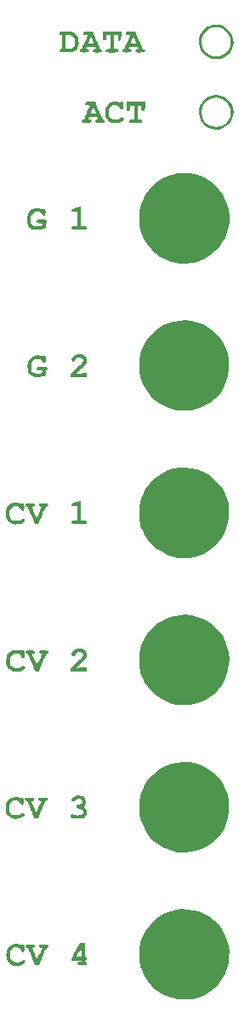
<source format=gbr>
%TF.GenerationSoftware,KiCad,Pcbnew,(6.0.10-0)*%
%TF.CreationDate,2023-01-16T20:28:06+10:30*%
%TF.ProjectId,BLE_Module_Faceplate,424c455f-4d6f-4647-956c-655f46616365,rev?*%
%TF.SameCoordinates,Original*%
%TF.FileFunction,Legend,Top*%
%TF.FilePolarity,Positive*%
%FSLAX46Y46*%
G04 Gerber Fmt 4.6, Leading zero omitted, Abs format (unit mm)*
G04 Created by KiCad (PCBNEW (6.0.10-0)) date 2023-01-16 20:28:06*
%MOMM*%
%LPD*%
G01*
G04 APERTURE LIST*
G04 APERTURE END LIST*
%TO.C,G\u002A\u002A\u002A*%
G36*
X29934366Y-27990480D02*
G01*
X30505587Y-28096076D01*
X31056621Y-28273387D01*
X31580431Y-28519266D01*
X32069979Y-28830570D01*
X32518229Y-29204155D01*
X32918142Y-29636875D01*
X33262681Y-30125586D01*
X33468950Y-30503028D01*
X33683835Y-31037295D01*
X33827928Y-31602975D01*
X33900255Y-32185830D01*
X33899842Y-32771621D01*
X33825714Y-33346110D01*
X33697003Y-33836217D01*
X33482973Y-34377219D01*
X33215710Y-34862947D01*
X32884730Y-35309804D01*
X32490685Y-35723709D01*
X32011713Y-36119340D01*
X31492073Y-36441298D01*
X30935002Y-36687870D01*
X30345411Y-36856987D01*
X30045426Y-36904582D01*
X29696867Y-36932983D01*
X29332727Y-36941379D01*
X28985996Y-36928962D01*
X28703489Y-36897268D01*
X28112243Y-36757633D01*
X27551521Y-36543184D01*
X27027773Y-36259387D01*
X26547451Y-35911708D01*
X26117005Y-35505611D01*
X25742887Y-35046563D01*
X25431549Y-34540029D01*
X25189441Y-33991474D01*
X25154247Y-33890298D01*
X25054649Y-33556106D01*
X24988359Y-33238271D01*
X24951866Y-32909591D01*
X24941660Y-32542862D01*
X24946997Y-32284349D01*
X24959454Y-32001488D01*
X24976721Y-31779398D01*
X25001936Y-31594198D01*
X25038239Y-31422010D01*
X25080864Y-31265631D01*
X25294896Y-30678714D01*
X25577362Y-30135054D01*
X25923186Y-29639796D01*
X26327294Y-29198081D01*
X26784610Y-28815052D01*
X27290059Y-28495853D01*
X27838565Y-28245626D01*
X28169964Y-28135414D01*
X28759517Y-28007004D01*
X29349997Y-27959741D01*
X29934366Y-27990480D01*
G37*
G36*
X19196752Y-75134838D02*
G01*
X19387273Y-75221478D01*
X19552667Y-75342998D01*
X19633230Y-75436142D01*
X19707582Y-75613878D01*
X19728134Y-75819132D01*
X19692695Y-76013758D01*
X19669473Y-76066983D01*
X19607987Y-76152229D01*
X19494429Y-76279264D01*
X19341523Y-76435377D01*
X19161992Y-76607859D01*
X18968559Y-76784001D01*
X18839822Y-76895775D01*
X18649322Y-77057687D01*
X19178489Y-77042826D01*
X19707655Y-77027965D01*
X19720673Y-77207881D01*
X19733690Y-77387798D01*
X18120155Y-77387798D01*
X18120155Y-77206993D01*
X18122608Y-77130844D01*
X18136974Y-77068372D01*
X18173761Y-77006257D01*
X18243479Y-76931177D01*
X18356637Y-76829811D01*
X18523744Y-76688839D01*
X18538979Y-76676101D01*
X18801108Y-76450245D01*
X19022773Y-76245563D01*
X19197753Y-76068523D01*
X19319825Y-75925594D01*
X19382768Y-75823247D01*
X19390155Y-75791085D01*
X19351235Y-75662256D01*
X19247747Y-75550449D01*
X19121511Y-75484950D01*
X18933200Y-75461574D01*
X18760665Y-75511059D01*
X18624139Y-75625253D01*
X18575196Y-75705137D01*
X18506712Y-75816727D01*
X18430975Y-75861073D01*
X18400172Y-75863798D01*
X18286660Y-75833580D01*
X18227111Y-75752936D01*
X18221769Y-75636883D01*
X18270879Y-75500437D01*
X18374684Y-75358615D01*
X18391682Y-75341093D01*
X18580990Y-75206346D01*
X18815815Y-75123431D01*
X19015680Y-75101798D01*
X19196752Y-75134838D01*
G37*
G36*
X30129442Y-71831890D02*
G01*
X30693881Y-71964593D01*
X31241664Y-72168627D01*
X31761516Y-72440132D01*
X32242161Y-72775250D01*
X32494521Y-72993491D01*
X32900294Y-73428865D01*
X33240058Y-73909412D01*
X33512274Y-74426692D01*
X33715399Y-74972269D01*
X33847895Y-75537701D01*
X33908219Y-76114550D01*
X33894831Y-76694377D01*
X33806190Y-77268743D01*
X33640756Y-77829208D01*
X33455239Y-78255631D01*
X33148002Y-78774970D01*
X32771683Y-79254293D01*
X32336358Y-79683539D01*
X31852101Y-80052648D01*
X31382659Y-80325165D01*
X30930231Y-80512428D01*
X30428973Y-80651001D01*
X29901660Y-80737376D01*
X29371067Y-80768043D01*
X28859969Y-80739494D01*
X28770576Y-80727618D01*
X28198954Y-80603012D01*
X27648122Y-80402467D01*
X27126538Y-80132464D01*
X26642661Y-79799486D01*
X26204950Y-79410012D01*
X25821862Y-78970526D01*
X25501857Y-78487508D01*
X25291818Y-78061979D01*
X25176925Y-77777128D01*
X25091158Y-77528315D01*
X25030577Y-77293960D01*
X24991243Y-77052480D01*
X24969215Y-76782294D01*
X24960554Y-76461820D01*
X24960102Y-76244798D01*
X24962025Y-75960851D01*
X24966544Y-75743737D01*
X24975466Y-75575622D01*
X24990593Y-75438675D01*
X25013729Y-75315065D01*
X25046679Y-75186961D01*
X25077884Y-75080631D01*
X25300344Y-74480263D01*
X25588617Y-73930186D01*
X25938470Y-73433949D01*
X26345672Y-72995100D01*
X26805989Y-72617189D01*
X27315188Y-72303763D01*
X27869039Y-72058372D01*
X28463306Y-71884563D01*
X28995691Y-71795910D01*
X29559620Y-71774376D01*
X30129442Y-71831890D01*
G37*
G36*
X19128584Y-31328381D02*
G01*
X19131263Y-31441100D01*
X19133480Y-31614882D01*
X19135105Y-31837926D01*
X19136010Y-32098431D01*
X19136155Y-32258530D01*
X19136155Y-33230263D01*
X19421905Y-33242780D01*
X19574607Y-33251982D01*
X19662230Y-33267584D01*
X19704360Y-33296783D01*
X19720582Y-33346778D01*
X19721488Y-33352878D01*
X19726155Y-33430354D01*
X19707867Y-33487270D01*
X19655953Y-33526748D01*
X19559746Y-33551912D01*
X19408574Y-33565884D01*
X19191770Y-33571786D01*
X18970105Y-33572798D01*
X18677615Y-33569996D01*
X18464857Y-33561367D01*
X18327072Y-33546570D01*
X18259503Y-33525269D01*
X18255622Y-33521998D01*
X18210138Y-33438856D01*
X18204822Y-33403465D01*
X18232164Y-33313773D01*
X18319944Y-33259290D01*
X18476790Y-33235807D01*
X18551955Y-33234131D01*
X18797489Y-33234131D01*
X18797489Y-31750851D01*
X18681072Y-31782349D01*
X18500837Y-31813070D01*
X18352986Y-31804681D01*
X18250001Y-31762411D01*
X18204365Y-31691488D01*
X18228563Y-31597140D01*
X18230680Y-31593715D01*
X18284254Y-31558437D01*
X18399113Y-31508425D01*
X18554717Y-31450682D01*
X18730523Y-31392215D01*
X18905989Y-31340028D01*
X19060573Y-31301128D01*
X19125572Y-31288528D01*
X19128584Y-31328381D01*
G37*
G36*
X19516329Y-14968963D02*
G01*
X19602336Y-14752424D01*
X19675950Y-14563481D01*
X19731862Y-14416055D01*
X19764762Y-14324068D01*
X19771291Y-14300548D01*
X19734301Y-14278429D01*
X19645111Y-14268811D01*
X19641372Y-14268798D01*
X19479002Y-14244653D01*
X19378633Y-14175627D01*
X19347822Y-14078298D01*
X19365219Y-13996467D01*
X19424580Y-13940893D01*
X19536656Y-13908202D01*
X19712200Y-13895022D01*
X19926441Y-13896849D01*
X20335567Y-13908965D01*
X20677778Y-14745841D01*
X20794429Y-15028646D01*
X20886024Y-15243277D01*
X20958168Y-15400481D01*
X21016464Y-15511006D01*
X21066516Y-15585597D01*
X21113927Y-15635001D01*
X21157572Y-15665969D01*
X21265319Y-15754946D01*
X21293927Y-15837845D01*
X21248920Y-15909384D01*
X21135819Y-15964282D01*
X20960150Y-15997256D01*
X20803592Y-16004465D01*
X20623779Y-15998654D01*
X20503941Y-15977955D01*
X20419976Y-15937466D01*
X20400262Y-15922450D01*
X20333911Y-15852800D01*
X20332477Y-15791226D01*
X20346715Y-15763700D01*
X20419125Y-15695486D01*
X20520290Y-15644541D01*
X20605313Y-15607440D01*
X20623765Y-15561016D01*
X20605012Y-15506957D01*
X20579890Y-15463209D01*
X20540244Y-15435406D01*
X20468812Y-15419962D01*
X20348333Y-15413290D01*
X20161546Y-15411801D01*
X20147175Y-15411798D01*
X19954334Y-15413360D01*
X19828733Y-15420260D01*
X19752969Y-15435819D01*
X19709640Y-15463358D01*
X19684548Y-15500090D01*
X19653307Y-15571075D01*
X19651309Y-15597039D01*
X19697146Y-15614853D01*
X19788574Y-15645956D01*
X19792322Y-15647182D01*
X19894036Y-15712114D01*
X19937935Y-15805798D01*
X19917100Y-15902318D01*
X19872918Y-15949176D01*
X19789467Y-15977577D01*
X19649686Y-15995148D01*
X19481269Y-16001470D01*
X19311909Y-15996123D01*
X19169301Y-15978690D01*
X19104405Y-15960812D01*
X19022410Y-15893205D01*
X19004954Y-15800676D01*
X19049374Y-15709809D01*
X19135193Y-15653203D01*
X19185749Y-15627838D01*
X19231637Y-15585285D01*
X19279612Y-15513421D01*
X19336428Y-15400120D01*
X19408839Y-15233256D01*
X19474086Y-15073131D01*
X19857057Y-15073131D01*
X20131606Y-15073131D01*
X20271570Y-15069011D01*
X20370478Y-15058233D01*
X20406155Y-15043836D01*
X20390489Y-14981232D01*
X20350286Y-14872731D01*
X20295740Y-14741556D01*
X20237045Y-14610933D01*
X20184396Y-14504086D01*
X20147985Y-14444240D01*
X20140524Y-14438653D01*
X20101917Y-14472759D01*
X20070757Y-14533381D01*
X20034284Y-14626396D01*
X19980975Y-14761299D01*
X19945422Y-14850881D01*
X19857057Y-15073131D01*
X19474086Y-15073131D01*
X19503598Y-15000705D01*
X19516329Y-14968963D01*
G37*
G36*
X29804651Y-101005638D02*
G01*
X30368032Y-101091570D01*
X30915132Y-101247455D01*
X31438895Y-101470781D01*
X31932266Y-101759037D01*
X32388189Y-102109712D01*
X32799607Y-102520295D01*
X33159464Y-102988275D01*
X33460706Y-103511141D01*
X33467422Y-103524887D01*
X33684058Y-104064187D01*
X33828806Y-104635642D01*
X33900619Y-105225052D01*
X33898450Y-105818219D01*
X33821249Y-106400943D01*
X33711267Y-106829630D01*
X33491438Y-107388807D01*
X33199662Y-107910387D01*
X32842704Y-108387967D01*
X32427328Y-108815139D01*
X31960301Y-109185500D01*
X31448387Y-109492643D01*
X30898350Y-109730164D01*
X30528855Y-109842833D01*
X30249929Y-109898951D01*
X29922318Y-109940204D01*
X29574232Y-109965025D01*
X29233883Y-109971846D01*
X28929485Y-109959097D01*
X28770576Y-109940582D01*
X28180204Y-109806546D01*
X27616889Y-109597868D01*
X27088002Y-109320173D01*
X26600910Y-108979088D01*
X26162983Y-108580236D01*
X25781590Y-108129245D01*
X25464099Y-107631737D01*
X25296587Y-107288617D01*
X25179264Y-107002903D01*
X25091661Y-106748225D01*
X25029862Y-106503245D01*
X24989950Y-106246622D01*
X24968009Y-105957018D01*
X24960123Y-105613095D01*
X24960029Y-105454798D01*
X24961979Y-105170829D01*
X24966523Y-104953690D01*
X24975465Y-104785548D01*
X24990611Y-104648567D01*
X25013766Y-104524916D01*
X25046736Y-104396761D01*
X25077884Y-104290631D01*
X25300995Y-103686604D01*
X25589773Y-103134958D01*
X25942546Y-102637658D01*
X26357640Y-102196669D01*
X26833383Y-101813955D01*
X27368101Y-101491483D01*
X27529434Y-101411651D01*
X28087381Y-101192664D01*
X28657269Y-101053674D01*
X29232044Y-100992168D01*
X29804651Y-101005638D01*
G37*
G36*
X23148719Y-14317214D02*
G01*
X23140632Y-14520024D01*
X23128048Y-14654315D01*
X23108046Y-14736219D01*
X23077709Y-14781867D01*
X23062572Y-14793247D01*
X22964454Y-14821786D01*
X22890737Y-14771369D01*
X22843700Y-14644766D01*
X22827626Y-14507833D01*
X22814930Y-14268798D01*
X22438155Y-14268798D01*
X22438155Y-15623465D01*
X22562399Y-15623465D01*
X22741485Y-15644755D01*
X22857691Y-15705800D01*
X22903418Y-15802358D01*
X22903822Y-15813965D01*
X22888216Y-15887861D01*
X22834367Y-15940808D01*
X22731730Y-15975802D01*
X22569756Y-15995837D01*
X22337901Y-16003910D01*
X22233152Y-16004465D01*
X22005544Y-16000857D01*
X21847120Y-15988814D01*
X21742653Y-15966503D01*
X21685575Y-15938564D01*
X21615251Y-15869499D01*
X21591489Y-15813965D01*
X21629304Y-15736762D01*
X21724981Y-15670013D01*
X21851869Y-15629249D01*
X21918408Y-15623465D01*
X22057155Y-15623465D01*
X22057155Y-14268798D01*
X21680195Y-14268798D01*
X21667592Y-14533381D01*
X21657899Y-14678880D01*
X21640694Y-14760260D01*
X21607437Y-14798066D01*
X21551527Y-14812568D01*
X21462197Y-14807877D01*
X21400182Y-14757679D01*
X21361445Y-14651965D01*
X21341949Y-14480727D01*
X21337489Y-14281873D01*
X21337489Y-13887798D01*
X23160784Y-13887798D01*
X23148719Y-14317214D01*
G37*
G36*
X30152582Y-57231221D02*
G01*
X30736031Y-57370240D01*
X31300074Y-57588903D01*
X31312179Y-57594597D01*
X31858845Y-57897193D01*
X32348487Y-58259355D01*
X32777664Y-58675947D01*
X33142931Y-59141828D01*
X33440847Y-59651863D01*
X33667968Y-60200912D01*
X33820852Y-60783838D01*
X33896056Y-61395503D01*
X33899052Y-61455306D01*
X33889712Y-62072912D01*
X33804822Y-62657087D01*
X33642772Y-63215648D01*
X33440604Y-63681217D01*
X33149609Y-64170920D01*
X32788279Y-64630674D01*
X32369106Y-65048088D01*
X31904580Y-65410767D01*
X31407193Y-65706317D01*
X31391655Y-65714137D01*
X30927179Y-65906619D01*
X30415372Y-66047968D01*
X29878923Y-66134645D01*
X29340522Y-66163116D01*
X28822856Y-66129844D01*
X28770576Y-66122618D01*
X28200030Y-65998180D01*
X27649881Y-65797800D01*
X27128662Y-65528014D01*
X26644905Y-65195360D01*
X26207139Y-64806375D01*
X25823897Y-64367596D01*
X25503711Y-63885561D01*
X25291818Y-63456979D01*
X25176925Y-63172128D01*
X25091158Y-62923315D01*
X25030577Y-62688960D01*
X24991243Y-62447480D01*
X24969215Y-62177294D01*
X24960554Y-61856820D01*
X24960102Y-61639798D01*
X24962025Y-61355851D01*
X24966544Y-61138737D01*
X24975466Y-60970622D01*
X24990593Y-60833675D01*
X25013729Y-60710065D01*
X25046679Y-60581961D01*
X25077884Y-60475631D01*
X25301272Y-59870187D01*
X25589705Y-59317551D01*
X25941125Y-58819988D01*
X26353478Y-58379764D01*
X26824705Y-57999144D01*
X27352750Y-57680394D01*
X27799577Y-57477430D01*
X28373225Y-57294952D01*
X28962437Y-57193286D01*
X29558470Y-57172139D01*
X30152582Y-57231221D01*
G37*
G36*
X14513812Y-60865762D02*
G01*
X14513015Y-60962914D01*
X14471265Y-61009343D01*
X14407979Y-61028215D01*
X14312597Y-61049572D01*
X14261562Y-61061417D01*
X14267592Y-61099945D01*
X14300561Y-61199671D01*
X14353808Y-61344078D01*
X14420671Y-61516651D01*
X14494487Y-61700875D01*
X14568595Y-61880234D01*
X14636332Y-62038211D01*
X14691037Y-62158292D01*
X14726048Y-62223960D01*
X14733489Y-62231361D01*
X14755907Y-62194282D01*
X14805093Y-62090688D01*
X14875866Y-61932469D01*
X14963044Y-61731518D01*
X15061445Y-61499725D01*
X15165888Y-61248982D01*
X15234433Y-61081782D01*
X15209738Y-61055854D01*
X15144366Y-61047131D01*
X15023905Y-61012734D01*
X14957972Y-60920611D01*
X14952489Y-60827211D01*
X14962881Y-60782682D01*
X14989507Y-60754285D01*
X15048422Y-60738398D01*
X15155679Y-60731399D01*
X15327333Y-60729666D01*
X15385041Y-60729631D01*
X15583238Y-60731841D01*
X15713535Y-60740240D01*
X15792623Y-60757486D01*
X15837196Y-60786236D01*
X15850492Y-60803715D01*
X15870150Y-60900688D01*
X15822770Y-60987958D01*
X15724049Y-61037847D01*
X15717022Y-61039019D01*
X15691188Y-61044778D01*
X15666529Y-61059118D01*
X15639177Y-61090066D01*
X15605259Y-61145647D01*
X15560907Y-61233888D01*
X15502248Y-61362814D01*
X15425413Y-61540451D01*
X15326530Y-61774826D01*
X15201730Y-62073964D01*
X15100640Y-62317131D01*
X14915944Y-62761631D01*
X14739929Y-62774654D01*
X14622988Y-62776045D01*
X14560394Y-62749907D01*
X14525370Y-62689988D01*
X14497429Y-62621388D01*
X14442613Y-62488625D01*
X14366710Y-62305647D01*
X14275505Y-62086404D01*
X14174787Y-61844845D01*
X14168775Y-61830444D01*
X14053558Y-61558076D01*
X13963619Y-61355163D01*
X13893910Y-61212110D01*
X13839386Y-61119322D01*
X13795000Y-61067205D01*
X13756364Y-61046315D01*
X13648704Y-60991143D01*
X13597135Y-60903186D01*
X13615157Y-60805859D01*
X13616485Y-60803715D01*
X13650937Y-60768894D01*
X13712360Y-60746779D01*
X13817448Y-60734710D01*
X13982893Y-60730033D01*
X14081936Y-60729631D01*
X14500655Y-60729631D01*
X14513812Y-60865762D01*
G37*
G36*
X19164918Y-89745486D02*
G01*
X19275968Y-89783408D01*
X19461875Y-89906871D01*
X19587017Y-90075905D01*
X19646352Y-90273268D01*
X19634842Y-90481720D01*
X19547443Y-90684023D01*
X19541773Y-90692519D01*
X19481715Y-90791527D01*
X19472398Y-90844537D01*
X19499197Y-90866338D01*
X19584152Y-90936609D01*
X19659589Y-91063090D01*
X19712090Y-91217415D01*
X19728664Y-91351400D01*
X19693088Y-91589732D01*
X19585623Y-91783506D01*
X19447834Y-91906861D01*
X19362099Y-91957696D01*
X19270066Y-91990516D01*
X19148638Y-92010181D01*
X18974717Y-92021548D01*
X18887111Y-92024799D01*
X18678245Y-92028235D01*
X18528906Y-92020333D01*
X18414369Y-91998115D01*
X18309906Y-91958601D01*
X18300072Y-91954056D01*
X18187186Y-91892855D01*
X18134158Y-91832919D01*
X18120206Y-91749715D01*
X18120155Y-91741674D01*
X18150652Y-91633535D01*
X18234350Y-91583860D01*
X18359562Y-91596725D01*
X18439016Y-91630429D01*
X18583663Y-91677395D01*
X18762383Y-91695146D01*
X18951671Y-91686332D01*
X19128022Y-91653601D01*
X19267931Y-91599603D01*
X19347324Y-91528062D01*
X19394510Y-91372747D01*
X19359631Y-91237165D01*
X19243039Y-91121676D01*
X19045089Y-91026638D01*
X18784331Y-90956103D01*
X18702522Y-90927791D01*
X18675615Y-90870038D01*
X18678498Y-90795429D01*
X18691190Y-90716850D01*
X18724423Y-90672732D01*
X18800139Y-90648347D01*
X18923408Y-90631014D01*
X19122263Y-90581133D01*
X19249550Y-90489525D01*
X19303594Y-90357545D01*
X19305489Y-90322502D01*
X19269224Y-90204018D01*
X19172276Y-90120580D01*
X19032417Y-90075396D01*
X18867416Y-90071676D01*
X18695045Y-90112631D01*
X18553509Y-90186687D01*
X18408456Y-90263910D01*
X18302666Y-90266706D01*
X18234900Y-90194998D01*
X18224089Y-90166481D01*
X18224969Y-90047431D01*
X18295360Y-89938911D01*
X18420262Y-89846385D01*
X18584671Y-89775316D01*
X18773585Y-89731167D01*
X18972001Y-89719403D01*
X19164918Y-89745486D01*
G37*
G36*
X13042479Y-104503118D02*
G01*
X13184241Y-104540401D01*
X13262559Y-104528903D01*
X13267935Y-104524285D01*
X13356464Y-104475549D01*
X13437396Y-104501187D01*
X13501796Y-104590914D01*
X13540727Y-104734448D01*
X13548155Y-104846771D01*
X13534961Y-105045803D01*
X13492749Y-105172092D01*
X13417576Y-105233764D01*
X13355823Y-105243131D01*
X13278251Y-105224326D01*
X13220032Y-105154578D01*
X13184207Y-105075859D01*
X13083835Y-104929482D01*
X12931713Y-104832190D01*
X12747796Y-104788043D01*
X12552038Y-104801104D01*
X12364394Y-104875433D01*
X12325305Y-104901035D01*
X12187602Y-105042011D01*
X12102908Y-105235196D01*
X12067878Y-105489135D01*
X12066489Y-105562032D01*
X12093013Y-105822363D01*
X12174621Y-106019205D01*
X12314360Y-106155573D01*
X12515279Y-106234481D01*
X12771386Y-106258973D01*
X12911511Y-106253484D01*
X13024063Y-106230230D01*
X13136351Y-106178712D01*
X13275686Y-106088434D01*
X13347072Y-106037708D01*
X13441627Y-106013037D01*
X13530616Y-106054443D01*
X13582990Y-106147261D01*
X13583410Y-106149333D01*
X13567562Y-106269302D01*
X13481562Y-106380631D01*
X13339884Y-106477318D01*
X13157001Y-106553360D01*
X12947388Y-106602755D01*
X12725517Y-106619500D01*
X12505863Y-106597592D01*
X12503639Y-106597140D01*
X12246706Y-106515245D01*
X12042279Y-106380755D01*
X11976071Y-106315827D01*
X11848255Y-106156906D01*
X11767682Y-105995432D01*
X11725590Y-105805522D01*
X11713215Y-105561289D01*
X11713243Y-105539465D01*
X11718649Y-105340882D01*
X11736905Y-105195807D01*
X11773913Y-105073368D01*
X11822515Y-104967965D01*
X11921915Y-104794948D01*
X12025880Y-104675946D01*
X12162630Y-104583678D01*
X12278916Y-104526722D01*
X12538983Y-104452867D01*
X12818548Y-104450927D01*
X13042479Y-104503118D01*
G37*
G36*
X30900422Y-14660833D02*
G01*
X31009757Y-14292859D01*
X31191589Y-13963182D01*
X31438997Y-13680745D01*
X31745062Y-13454494D01*
X31894384Y-13376050D01*
X32245966Y-13255972D01*
X32605125Y-13216731D01*
X32961460Y-13256432D01*
X33304570Y-13373174D01*
X33624056Y-13565061D01*
X33810643Y-13725757D01*
X34047942Y-14012728D01*
X34211581Y-14327492D01*
X34303467Y-14659654D01*
X34325504Y-14998818D01*
X34279598Y-15334588D01*
X34167656Y-15656570D01*
X33991582Y-15954367D01*
X33753282Y-16217584D01*
X33454662Y-16435826D01*
X33298866Y-16517644D01*
X32993534Y-16621234D01*
X32660431Y-16667444D01*
X32332844Y-16653007D01*
X32195989Y-16625826D01*
X31849565Y-16496810D01*
X31544802Y-16303566D01*
X31288611Y-16056576D01*
X31087901Y-15766322D01*
X30949584Y-15443285D01*
X30880570Y-15097946D01*
X30880765Y-15088280D01*
X31141740Y-15088280D01*
X31211483Y-15400099D01*
X31259005Y-15517959D01*
X31438590Y-15818562D01*
X31671056Y-16062655D01*
X31945065Y-16245422D01*
X32249274Y-16362045D01*
X32572343Y-16407707D01*
X32902931Y-16377591D01*
X33126563Y-16311244D01*
X33425343Y-16153304D01*
X33674399Y-15935989D01*
X33867250Y-15671681D01*
X33997419Y-15372761D01*
X34058427Y-15051609D01*
X34043796Y-14720606D01*
X34019579Y-14604612D01*
X33894306Y-14275199D01*
X33701434Y-13991090D01*
X33449551Y-13760883D01*
X33147246Y-13593176D01*
X32941029Y-13525055D01*
X32615292Y-13481710D01*
X32303526Y-13513340D01*
X32013223Y-13611066D01*
X31751876Y-13766010D01*
X31526979Y-13969294D01*
X31346023Y-14212041D01*
X31216503Y-14485373D01*
X31145911Y-14780411D01*
X31141740Y-15088280D01*
X30880765Y-15088280D01*
X30887770Y-14740788D01*
X30900422Y-14660833D01*
G37*
G36*
X14336825Y-104488589D02*
G01*
X14468541Y-104514911D01*
X14539425Y-104566022D01*
X14560895Y-104647844D01*
X14556822Y-104701051D01*
X14526138Y-104773286D01*
X14445284Y-104806562D01*
X14402003Y-104812150D01*
X14305273Y-104834793D01*
X14279729Y-104873812D01*
X14280375Y-104875650D01*
X14354526Y-105062629D01*
X14437900Y-105265701D01*
X14524019Y-105469952D01*
X14606402Y-105660465D01*
X14678572Y-105822325D01*
X14734046Y-105940617D01*
X14766348Y-106000424D01*
X14770888Y-106004786D01*
X14795371Y-105967128D01*
X14846864Y-105861369D01*
X14920772Y-105697955D01*
X15012501Y-105487332D01*
X15117458Y-105239945D01*
X15231048Y-104966242D01*
X15276766Y-104854449D01*
X15250472Y-104830484D01*
X15167474Y-104819831D01*
X15161839Y-104819798D01*
X15044153Y-104789617D01*
X14977776Y-104711830D01*
X14978390Y-104608131D01*
X15009676Y-104549449D01*
X15066034Y-104512075D01*
X15164177Y-104491430D01*
X15320820Y-104482935D01*
X15439548Y-104481779D01*
X15662485Y-104491524D01*
X15811209Y-104523846D01*
X15893917Y-104581898D01*
X15918822Y-104666188D01*
X15882543Y-104751702D01*
X15797610Y-104810437D01*
X15746304Y-104819798D01*
X15711435Y-104843080D01*
X15661342Y-104917130D01*
X15592862Y-105048259D01*
X15502830Y-105242775D01*
X15388082Y-105506987D01*
X15316323Y-105677048D01*
X14957260Y-106534298D01*
X14771291Y-106545749D01*
X14585322Y-106557199D01*
X14228132Y-105688499D01*
X14097920Y-105376932D01*
X13993834Y-105139798D01*
X13913312Y-104971868D01*
X13853797Y-104867915D01*
X13812726Y-104822713D01*
X13802682Y-104819798D01*
X13703795Y-104787807D01*
X13646967Y-104711021D01*
X13640784Y-104618224D01*
X13693836Y-104538199D01*
X13714705Y-104524954D01*
X13794904Y-104504026D01*
X13932566Y-104488535D01*
X14100528Y-104481329D01*
X14132855Y-104481131D01*
X14336825Y-104488589D01*
G37*
G36*
X25528489Y-21256581D02*
G01*
X25522561Y-21488662D01*
X25502117Y-21648060D01*
X25463163Y-21746104D01*
X25401704Y-21794120D01*
X25335451Y-21804131D01*
X25236524Y-21765948D01*
X25173894Y-21652211D01*
X25148158Y-21464136D01*
X25147489Y-21420375D01*
X25147489Y-21253798D01*
X24766489Y-21253798D01*
X24766489Y-22608465D01*
X24917438Y-22608465D01*
X25091921Y-22630801D01*
X25197892Y-22696501D01*
X25232155Y-22798965D01*
X25199874Y-22899048D01*
X25150272Y-22945642D01*
X25070565Y-22964888D01*
X24929322Y-22978159D01*
X24748656Y-22985492D01*
X24550677Y-22986925D01*
X24357497Y-22982495D01*
X24191229Y-22972241D01*
X24073982Y-22956200D01*
X24036239Y-22943740D01*
X23974983Y-22866441D01*
X23968024Y-22763664D01*
X24014328Y-22674018D01*
X24044039Y-22652287D01*
X24142517Y-22622043D01*
X24269528Y-22608515D01*
X24276872Y-22608465D01*
X24427822Y-22608465D01*
X24427822Y-21253798D01*
X24046822Y-21253798D01*
X24046822Y-21457373D01*
X24026817Y-21645836D01*
X23966931Y-21760076D01*
X23867355Y-21799789D01*
X23832783Y-21797568D01*
X23787083Y-21787821D01*
X23756812Y-21763756D01*
X23738187Y-21709986D01*
X23727425Y-21611122D01*
X23720743Y-21451778D01*
X23717306Y-21327881D01*
X23705291Y-20872798D01*
X25528489Y-20872798D01*
X25528489Y-21256581D01*
G37*
G36*
X22724779Y-20869611D02*
G01*
X22914638Y-20912771D01*
X23048426Y-20923983D01*
X23147880Y-20904676D01*
X23162947Y-20898457D01*
X23253094Y-20893671D01*
X23319537Y-20965130D01*
X23358968Y-21106905D01*
X23368840Y-21267405D01*
X23361649Y-21450490D01*
X23336420Y-21563012D01*
X23286011Y-21618368D01*
X23203278Y-21629959D01*
X23176841Y-21627604D01*
X23084788Y-21597753D01*
X23034146Y-21518885D01*
X23021613Y-21476580D01*
X22945320Y-21341149D01*
X22801668Y-21249333D01*
X22598136Y-21205160D01*
X22510950Y-21201695D01*
X22316449Y-21226956D01*
X22156445Y-21310816D01*
X22008677Y-21465387D01*
X21996271Y-21481768D01*
X21950382Y-21559398D01*
X21923551Y-21655673D01*
X21911301Y-21794335D01*
X21908989Y-21944819D01*
X21920466Y-22176826D01*
X21960703Y-22344601D01*
X22038405Y-22466169D01*
X22162275Y-22559554D01*
X22220641Y-22590131D01*
X22367207Y-22635961D01*
X22547185Y-22657257D01*
X22729640Y-22653949D01*
X22883639Y-22625965D01*
X22957708Y-22591823D01*
X23069221Y-22511668D01*
X23144175Y-22457461D01*
X23251259Y-22419701D01*
X23347249Y-22448671D01*
X23405254Y-22531970D01*
X23411822Y-22580867D01*
X23372280Y-22708378D01*
X23263940Y-22821614D01*
X23102230Y-22914917D01*
X22902579Y-22982629D01*
X22680417Y-23019094D01*
X22451171Y-23018655D01*
X22289989Y-22992213D01*
X22029297Y-22888784D01*
X21810826Y-22721707D01*
X21649853Y-22503708D01*
X21614901Y-22429908D01*
X21574534Y-22274397D01*
X21553591Y-22067905D01*
X21552541Y-21841967D01*
X21571855Y-21628122D01*
X21600900Y-21491543D01*
X21673084Y-21340569D01*
X21795983Y-21176621D01*
X21848392Y-21120707D01*
X22073262Y-20947786D01*
X22321012Y-20854747D01*
X22585426Y-20843371D01*
X22724779Y-20869611D01*
G37*
G36*
X15630831Y-75317040D02*
G01*
X15764231Y-75329235D01*
X15843781Y-75352253D01*
X15877529Y-75378218D01*
X15905193Y-75468238D01*
X15874361Y-75566919D01*
X15800220Y-75641218D01*
X15748270Y-75659457D01*
X15684491Y-75693571D01*
X15619279Y-75784231D01*
X15543528Y-75944180D01*
X15541720Y-75948465D01*
X15481896Y-76090485D01*
X15399094Y-76287006D01*
X15303225Y-76514510D01*
X15204198Y-76749477D01*
X15180495Y-76805715D01*
X14935151Y-77387798D01*
X14768490Y-77387798D01*
X14672117Y-77383076D01*
X14610700Y-77356255D01*
X14561730Y-77288353D01*
X14504947Y-77165548D01*
X14454880Y-77048646D01*
X14380800Y-76873061D01*
X14290929Y-76658399D01*
X14193488Y-76424269D01*
X14141980Y-76299943D01*
X14035857Y-76048496D01*
X13953611Y-75866963D01*
X13890089Y-75745726D01*
X13840136Y-75675165D01*
X13798600Y-75645661D01*
X13790433Y-75643776D01*
X13690249Y-75596743D01*
X13640121Y-75510466D01*
X13655916Y-75413249D01*
X13658654Y-75408715D01*
X13702470Y-75368628D01*
X13784601Y-75343022D01*
X13922868Y-75327839D01*
X14039296Y-75322079D01*
X14263268Y-75317760D01*
X14415453Y-75326692D01*
X14508120Y-75351958D01*
X14553535Y-75396640D01*
X14564155Y-75453971D01*
X14530237Y-75576327D01*
X14435129Y-75642876D01*
X14365188Y-75652131D01*
X14289668Y-75657731D01*
X14267822Y-75667241D01*
X14284046Y-75721236D01*
X14327668Y-75832617D01*
X14391110Y-75984298D01*
X14466795Y-76159192D01*
X14547144Y-76340213D01*
X14624581Y-76510276D01*
X14691527Y-76652293D01*
X14740406Y-76749179D01*
X14763004Y-76783803D01*
X14792030Y-76751559D01*
X14845916Y-76654248D01*
X14917934Y-76505359D01*
X15001354Y-76318377D01*
X15036828Y-76234937D01*
X15118649Y-76035308D01*
X15184465Y-75865971D01*
X15229145Y-75740846D01*
X15247561Y-75673851D01*
X15246329Y-75666417D01*
X15189378Y-75653051D01*
X15108575Y-75635033D01*
X15000322Y-75580224D01*
X14963098Y-75487260D01*
X14989130Y-75395064D01*
X15019469Y-75356305D01*
X15071791Y-75332055D01*
X15163676Y-75319048D01*
X15312706Y-75314016D01*
X15428294Y-75313465D01*
X15630831Y-75317040D01*
G37*
G36*
X19196752Y-45924838D02*
G01*
X19387273Y-46011478D01*
X19552667Y-46132998D01*
X19633230Y-46226142D01*
X19707582Y-46403878D01*
X19728134Y-46609132D01*
X19692695Y-46803758D01*
X19669473Y-46856983D01*
X19608247Y-46941872D01*
X19495543Y-47068054D01*
X19344644Y-47222280D01*
X19168833Y-47391304D01*
X18981391Y-47561878D01*
X18842785Y-47681498D01*
X18655249Y-47839131D01*
X19054452Y-47838483D01*
X19235517Y-47834262D01*
X19388130Y-47823488D01*
X19489876Y-47808077D01*
X19514874Y-47799103D01*
X19607283Y-47777479D01*
X19680876Y-47828038D01*
X19723233Y-47938541D01*
X19728822Y-48009954D01*
X19728822Y-48177798D01*
X18120155Y-48177798D01*
X18120155Y-47996993D01*
X18122608Y-47920844D01*
X18136974Y-47858372D01*
X18173761Y-47796257D01*
X18243479Y-47721177D01*
X18356637Y-47619811D01*
X18523744Y-47478839D01*
X18538979Y-47466101D01*
X18801108Y-47240245D01*
X19022773Y-47035563D01*
X19197753Y-46858523D01*
X19319825Y-46715594D01*
X19382768Y-46613247D01*
X19390155Y-46581085D01*
X19350796Y-46450973D01*
X19244616Y-46339757D01*
X19100838Y-46269899D01*
X18911525Y-46250808D01*
X18741600Y-46303402D01*
X18610218Y-46419347D01*
X18562564Y-46504108D01*
X18485086Y-46615769D01*
X18390685Y-46658866D01*
X18300682Y-46640058D01*
X18236403Y-46566007D01*
X18219170Y-46443372D01*
X18226157Y-46399030D01*
X18303894Y-46230097D01*
X18447693Y-46083821D01*
X18639688Y-45971680D01*
X18862017Y-45905149D01*
X19015680Y-45891798D01*
X19196752Y-45924838D01*
G37*
G36*
X30900422Y-21645833D02*
G01*
X31009757Y-21277859D01*
X31191589Y-20948182D01*
X31438997Y-20665745D01*
X31745062Y-20439494D01*
X31894384Y-20361050D01*
X32236293Y-20243594D01*
X32579209Y-20203708D01*
X32914550Y-20234839D01*
X33233735Y-20330435D01*
X33528183Y-20483942D01*
X33789312Y-20688809D01*
X34008543Y-20938484D01*
X34177293Y-21226413D01*
X34286981Y-21546044D01*
X34329027Y-21890825D01*
X34304697Y-22201554D01*
X34204785Y-22553751D01*
X34037998Y-22869387D01*
X33814553Y-23141635D01*
X33544665Y-23363667D01*
X33238549Y-23528657D01*
X32906421Y-23629778D01*
X32558496Y-23660202D01*
X32204990Y-23613102D01*
X32195989Y-23610826D01*
X31849565Y-23481810D01*
X31544802Y-23288566D01*
X31288611Y-23041576D01*
X31087901Y-22751322D01*
X30949584Y-22428285D01*
X30880570Y-22082946D01*
X30880765Y-22073280D01*
X31141740Y-22073280D01*
X31211483Y-22385099D01*
X31259005Y-22502959D01*
X31438590Y-22803562D01*
X31671056Y-23047655D01*
X31945065Y-23230422D01*
X32249274Y-23347045D01*
X32572343Y-23392707D01*
X32902931Y-23362591D01*
X33126563Y-23296244D01*
X33425343Y-23138304D01*
X33674399Y-22920989D01*
X33867250Y-22656681D01*
X33997419Y-22357761D01*
X34058427Y-22036609D01*
X34043796Y-21705606D01*
X34019579Y-21589612D01*
X33894306Y-21260199D01*
X33701434Y-20976090D01*
X33449551Y-20745883D01*
X33147246Y-20578176D01*
X32941029Y-20510055D01*
X32615292Y-20466710D01*
X32303526Y-20498340D01*
X32013223Y-20596066D01*
X31751876Y-20751010D01*
X31526979Y-20954294D01*
X31346023Y-21197041D01*
X31216503Y-21470373D01*
X31145911Y-21765411D01*
X31141740Y-22073280D01*
X30880765Y-22073280D01*
X30887770Y-21725788D01*
X30900422Y-21645833D01*
G37*
G36*
X19136155Y-62440263D02*
G01*
X19421905Y-62452780D01*
X19574607Y-62461982D01*
X19662230Y-62477584D01*
X19704360Y-62506783D01*
X19720582Y-62556778D01*
X19721488Y-62562878D01*
X19726155Y-62640354D01*
X19707867Y-62697270D01*
X19655953Y-62736748D01*
X19559746Y-62761912D01*
X19408574Y-62775884D01*
X19191770Y-62781786D01*
X18970105Y-62782798D01*
X18677615Y-62779996D01*
X18464857Y-62771367D01*
X18327072Y-62756570D01*
X18259503Y-62735269D01*
X18255622Y-62731998D01*
X18210138Y-62648856D01*
X18204822Y-62613465D01*
X18232164Y-62523773D01*
X18319944Y-62469290D01*
X18476790Y-62445807D01*
X18551955Y-62444131D01*
X18797489Y-62444131D01*
X18797489Y-60960851D01*
X18681072Y-60992349D01*
X18501387Y-61023267D01*
X18350469Y-61016089D01*
X18249446Y-60972714D01*
X18231350Y-60951881D01*
X18203072Y-60874653D01*
X18230143Y-60807420D01*
X18319800Y-60745082D01*
X18479279Y-60682539D01*
X18706326Y-60617168D01*
X19136155Y-60504704D01*
X19136155Y-62440263D01*
G37*
G36*
X18441596Y-105398923D02*
G01*
X18593174Y-105135143D01*
X18622327Y-105085442D01*
X19039832Y-104375298D01*
X19278493Y-104362602D01*
X19517155Y-104349906D01*
X19517155Y-105695208D01*
X19622989Y-105743428D01*
X19710519Y-105818358D01*
X19728822Y-105899298D01*
X19694365Y-106004029D01*
X19622989Y-106055167D01*
X19534599Y-106116532D01*
X19529795Y-106178776D01*
X19608862Y-106236936D01*
X19612405Y-106238509D01*
X19687939Y-106304215D01*
X19707655Y-106407298D01*
X19707655Y-106534298D01*
X19304786Y-106546295D01*
X19078591Y-106547726D01*
X18930281Y-106535771D01*
X18854060Y-106509918D01*
X18849702Y-106506078D01*
X18797864Y-106411623D01*
X18818727Y-106322193D01*
X18900907Y-106252741D01*
X19033024Y-106218223D01*
X19069872Y-106216798D01*
X19157072Y-106195197D01*
X19178489Y-106153298D01*
X19165483Y-106125413D01*
X19117678Y-106106847D01*
X19021893Y-106095879D01*
X18864947Y-106090791D01*
X18691655Y-106089798D01*
X18204822Y-106089798D01*
X18204822Y-105942692D01*
X18217413Y-105865326D01*
X18258130Y-105754951D01*
X18280308Y-105708798D01*
X18665690Y-105708798D01*
X19178489Y-105708798D01*
X19178489Y-105327798D01*
X19175224Y-105160021D01*
X19166479Y-105029950D01*
X19153827Y-104956468D01*
X19146739Y-104946841D01*
X19109896Y-104980572D01*
X19048678Y-105067374D01*
X18999887Y-105147924D01*
X18907933Y-105306196D01*
X18810481Y-105470518D01*
X18775237Y-105528881D01*
X18665690Y-105708798D01*
X18280308Y-105708798D01*
X18331386Y-105602504D01*
X18441596Y-105398923D01*
G37*
G36*
X29838529Y-86403505D02*
G01*
X30416806Y-86496064D01*
X30979761Y-86663372D01*
X31519458Y-86904161D01*
X32027958Y-87217164D01*
X32494521Y-87598491D01*
X32912028Y-88045749D01*
X33260082Y-88539183D01*
X33535973Y-89072872D01*
X33736987Y-89640893D01*
X33860413Y-90237324D01*
X33899052Y-90665306D01*
X33889032Y-91294765D01*
X33801722Y-91890243D01*
X33636292Y-92453922D01*
X33391911Y-92987984D01*
X33067747Y-93494611D01*
X32662971Y-93975986D01*
X32622632Y-94018071D01*
X32164759Y-94432959D01*
X31668434Y-94772598D01*
X31135733Y-95036076D01*
X30568731Y-95222482D01*
X29969503Y-95330902D01*
X29571322Y-95358906D01*
X29336359Y-95362064D01*
X29106283Y-95358639D01*
X28907880Y-95349411D01*
X28770576Y-95335582D01*
X28177728Y-95200195D01*
X27596195Y-94982260D01*
X27454655Y-94915986D01*
X26916494Y-94608443D01*
X26434029Y-94238227D01*
X26010088Y-93808799D01*
X25647499Y-93323617D01*
X25349089Y-92786141D01*
X25117688Y-92199831D01*
X25050738Y-91975306D01*
X25016337Y-91839661D01*
X24991529Y-91710715D01*
X24974894Y-91570850D01*
X24965012Y-91402450D01*
X24960465Y-91187900D01*
X24959831Y-90909582D01*
X24960029Y-90849798D01*
X24961979Y-90565829D01*
X24966523Y-90348690D01*
X24975465Y-90180548D01*
X24990611Y-90043567D01*
X25013766Y-89919916D01*
X25046736Y-89791761D01*
X25077884Y-89685631D01*
X25299994Y-89083054D01*
X25587174Y-88534298D01*
X25940153Y-88038150D01*
X26304801Y-87645031D01*
X26585396Y-87391726D01*
X26854276Y-87185457D01*
X27141512Y-87005648D01*
X27477178Y-86831723D01*
X27530959Y-86806100D01*
X28091146Y-86586992D01*
X28667761Y-86447702D01*
X29252868Y-86386962D01*
X29838529Y-86403505D01*
G37*
G36*
X12852894Y-60668479D02*
G01*
X13010298Y-60705160D01*
X13139067Y-60729151D01*
X13251699Y-60723306D01*
X13372668Y-60717192D01*
X13450522Y-60763308D01*
X13492485Y-60871377D01*
X13505778Y-61051122D01*
X13505822Y-61065390D01*
X13488826Y-61261622D01*
X13443057Y-61396655D01*
X13376337Y-61465544D01*
X13296492Y-61463343D01*
X13211346Y-61385110D01*
X13154957Y-61287118D01*
X13042006Y-61134779D01*
X12885982Y-61040716D01*
X12704343Y-61004005D01*
X12514546Y-61023723D01*
X12334048Y-61098946D01*
X12180306Y-61228751D01*
X12102540Y-61342804D01*
X12045902Y-61510821D01*
X12022478Y-61716776D01*
X12032093Y-61927362D01*
X12074570Y-62109272D01*
X12106959Y-62177248D01*
X12217404Y-62320697D01*
X12350525Y-62410104D01*
X12526639Y-62455003D01*
X12720793Y-62465298D01*
X12889287Y-62460895D01*
X13003852Y-62442427D01*
X13095001Y-62402007D01*
X13171151Y-62348881D01*
X13309171Y-62259940D01*
X13411114Y-62237395D01*
X13490567Y-62279071D01*
X13505366Y-62295415D01*
X13543143Y-62398160D01*
X13504160Y-62511844D01*
X13393627Y-62626213D01*
X13308217Y-62683366D01*
X13181271Y-62747577D01*
X13050233Y-62786586D01*
X12883362Y-62808153D01*
X12768888Y-62815196D01*
X12587832Y-62820712D01*
X12459286Y-62812445D01*
X12351478Y-62784695D01*
X12232638Y-62731761D01*
X12193751Y-62712007D01*
X11965944Y-62556736D01*
X11833917Y-62408771D01*
X11769242Y-62306090D01*
X11729190Y-62208617D01*
X11706514Y-62088687D01*
X11693968Y-61918634D01*
X11691580Y-61865416D01*
X11699930Y-61525320D01*
X11758583Y-61248492D01*
X11870916Y-61027726D01*
X12040305Y-60855819D01*
X12213881Y-60751173D01*
X12405387Y-60689068D01*
X12631102Y-60660769D01*
X12852894Y-60668479D01*
G37*
G36*
X23749663Y-14968963D02*
G01*
X23835669Y-14752424D01*
X23909283Y-14563481D01*
X23965195Y-14416055D01*
X23998095Y-14324068D01*
X24004625Y-14300548D01*
X23967634Y-14278429D01*
X23878444Y-14268811D01*
X23874705Y-14268798D01*
X23712335Y-14244653D01*
X23611967Y-14175627D01*
X23581155Y-14078298D01*
X23598416Y-13996674D01*
X23657380Y-13941172D01*
X23768816Y-13908429D01*
X23943494Y-13895086D01*
X24162482Y-13896849D01*
X24574317Y-13908965D01*
X24913819Y-14745659D01*
X25029549Y-15028415D01*
X25120401Y-15242950D01*
X25191961Y-15400040D01*
X25249816Y-15510458D01*
X25299554Y-15584980D01*
X25346760Y-15634380D01*
X25390905Y-15665787D01*
X25480078Y-15732860D01*
X25526101Y-15792902D01*
X25527840Y-15802759D01*
X25508274Y-15890026D01*
X25443193Y-15947155D01*
X25319227Y-15981035D01*
X25150586Y-15997100D01*
X24923711Y-16002687D01*
X24765574Y-15987329D01*
X24662144Y-15947921D01*
X24599395Y-15881358D01*
X24595439Y-15874259D01*
X24577445Y-15771963D01*
X24639357Y-15689225D01*
X24766474Y-15633879D01*
X24846618Y-15600933D01*
X24859946Y-15548606D01*
X24847181Y-15507048D01*
X24825755Y-15463645D01*
X24789479Y-15435907D01*
X24721556Y-15420347D01*
X24605186Y-15413479D01*
X24423571Y-15411814D01*
X24388342Y-15411798D01*
X24193471Y-15413300D01*
X24066036Y-15419958D01*
X23988827Y-15435003D01*
X23944634Y-15461664D01*
X23917881Y-15500090D01*
X23886640Y-15571075D01*
X23884642Y-15597039D01*
X23930479Y-15614853D01*
X24021908Y-15645956D01*
X24025655Y-15647182D01*
X24127370Y-15712114D01*
X24171268Y-15805798D01*
X24150434Y-15902318D01*
X24106251Y-15949176D01*
X24022800Y-15977577D01*
X23883019Y-15995148D01*
X23714602Y-16001470D01*
X23545242Y-15996123D01*
X23402635Y-15978690D01*
X23337739Y-15960812D01*
X23255744Y-15893205D01*
X23238287Y-15800676D01*
X23282707Y-15709809D01*
X23368527Y-15653203D01*
X23419082Y-15627838D01*
X23464970Y-15585285D01*
X23512946Y-15513421D01*
X23569762Y-15400120D01*
X23642172Y-15233256D01*
X23707420Y-15073131D01*
X24088019Y-15073131D01*
X24363754Y-15073131D01*
X24504054Y-15068831D01*
X24603348Y-15057578D01*
X24639489Y-15042429D01*
X24624313Y-14979552D01*
X24585388Y-14870723D01*
X24532616Y-14739311D01*
X24475899Y-14608680D01*
X24425140Y-14502198D01*
X24390239Y-14443229D01*
X24383397Y-14438131D01*
X24349528Y-14473469D01*
X24302780Y-14561708D01*
X24287679Y-14596881D01*
X24224621Y-14749763D01*
X24159375Y-14905288D01*
X24155514Y-14914381D01*
X24088019Y-15073131D01*
X23707420Y-15073131D01*
X23736932Y-15000705D01*
X23749663Y-14968963D01*
G37*
G36*
X15037921Y-46072006D02*
G01*
X15201371Y-46095322D01*
X15359485Y-46107283D01*
X15419446Y-46107531D01*
X15544740Y-46123000D01*
X15621586Y-46188359D01*
X15658385Y-46315068D01*
X15664822Y-46442131D01*
X15644488Y-46628186D01*
X15583918Y-46741463D01*
X15483759Y-46780773D01*
X15480673Y-46780798D01*
X15394632Y-46749964D01*
X15321533Y-46648896D01*
X15313055Y-46631669D01*
X15225741Y-46506977D01*
X15099541Y-46433549D01*
X14920271Y-46405629D01*
X14765195Y-46409393D01*
X14603632Y-46429770D01*
X14491586Y-46471839D01*
X14397855Y-46545059D01*
X14290280Y-46667454D01*
X14223710Y-46799871D01*
X14191557Y-46964593D01*
X14187231Y-47183900D01*
X14189683Y-47248955D01*
X14199713Y-47422388D01*
X14215694Y-47534963D01*
X14245316Y-47610469D01*
X14296271Y-47672697D01*
X14339711Y-47713046D01*
X14516659Y-47818327D01*
X14742220Y-47871086D01*
X14995575Y-47867253D01*
X15068367Y-47855540D01*
X15187891Y-47827090D01*
X15247450Y-47789155D01*
X15271056Y-47721471D01*
X15275921Y-47680381D01*
X15289186Y-47542798D01*
X15084257Y-47542798D01*
X14929671Y-47525950D01*
X14798091Y-47481989D01*
X14712122Y-47420791D01*
X14691155Y-47371064D01*
X14718401Y-47314538D01*
X14775822Y-47246465D01*
X14831890Y-47203563D01*
X14908440Y-47177837D01*
X15026484Y-47165260D01*
X15207037Y-47161803D01*
X15217566Y-47161798D01*
X15458854Y-47168270D01*
X15626543Y-47189953D01*
X15730875Y-47230250D01*
X15782089Y-47292562D01*
X15791822Y-47352579D01*
X15769607Y-47443155D01*
X15728322Y-47485156D01*
X15689427Y-47527543D01*
X15669460Y-47626598D01*
X15664822Y-47761374D01*
X15664822Y-48013225D01*
X15463739Y-48104626D01*
X15271059Y-48165637D01*
X15034796Y-48201990D01*
X14787262Y-48212003D01*
X14560768Y-48193994D01*
X14418436Y-48159025D01*
X14192519Y-48049619D01*
X14028861Y-47904160D01*
X13916321Y-47708450D01*
X13843757Y-47448289D01*
X13838619Y-47420165D01*
X13814480Y-47091318D01*
X13858242Y-46794479D01*
X13963253Y-46537124D01*
X14122865Y-46326728D01*
X14330427Y-46170767D01*
X14579290Y-46076716D01*
X14862802Y-46052050D01*
X15037921Y-46072006D01*
G37*
G36*
X12896500Y-75280713D02*
G01*
X13011271Y-75310505D01*
X13134748Y-75334291D01*
X13277764Y-75332077D01*
X13292982Y-75329908D01*
X13417875Y-75328883D01*
X13496843Y-75380472D01*
X13537487Y-75494527D01*
X13547577Y-75659931D01*
X13535471Y-75859430D01*
X13498738Y-75986211D01*
X13434484Y-76049383D01*
X13422548Y-76053856D01*
X13304459Y-76057639D01*
X13219631Y-75983616D01*
X13182223Y-75893099D01*
X13105518Y-75764657D01*
X12971175Y-75672093D01*
X12800478Y-75620639D01*
X12614713Y-75615526D01*
X12435167Y-75661984D01*
X12373018Y-75694236D01*
X12227237Y-75808960D01*
X12132618Y-75952493D01*
X12081607Y-76141924D01*
X12066647Y-76387362D01*
X12068227Y-76555651D01*
X12078801Y-76665319D01*
X12106827Y-76742405D01*
X12160762Y-76812953D01*
X12226911Y-76880848D01*
X12419004Y-77016716D01*
X12642550Y-77084057D01*
X12877593Y-77081613D01*
X13104173Y-77008127D01*
X13210171Y-76942795D01*
X13315897Y-76876173D01*
X13403668Y-76839767D01*
X13420913Y-76837465D01*
X13521375Y-76874375D01*
X13583343Y-76964121D01*
X13590489Y-77010879D01*
X13555402Y-77092803D01*
X13464883Y-77190484D01*
X13341042Y-77285684D01*
X13205991Y-77360169D01*
X13136562Y-77385252D01*
X12900325Y-77424459D01*
X12644964Y-77424133D01*
X12406818Y-77386111D01*
X12278155Y-77341907D01*
X12041098Y-77204433D01*
X11872530Y-77032883D01*
X11766128Y-76816713D01*
X11715572Y-76545379D01*
X11709288Y-76392965D01*
X11715714Y-76206842D01*
X11734314Y-76031413D01*
X11761231Y-75901722D01*
X11764476Y-75891917D01*
X11879720Y-75675539D01*
X12053548Y-75485594D01*
X12259895Y-75350247D01*
X12269929Y-75345713D01*
X12462910Y-75289068D01*
X12684800Y-75266782D01*
X12896500Y-75280713D01*
G37*
G36*
X14471479Y-90075762D02*
G01*
X14470682Y-90172914D01*
X14428931Y-90219343D01*
X14365646Y-90238215D01*
X14269763Y-90259594D01*
X14217958Y-90271417D01*
X14223733Y-90309891D01*
X14256554Y-90409535D01*
X14309752Y-90553855D01*
X14376658Y-90726357D01*
X14450603Y-90910545D01*
X14524921Y-91089926D01*
X14592941Y-91248006D01*
X14647995Y-91368288D01*
X14683416Y-91434280D01*
X14691155Y-91441870D01*
X14713559Y-91404631D01*
X14762717Y-91300955D01*
X14833415Y-91142808D01*
X14920443Y-90942155D01*
X15018589Y-90710961D01*
X15122641Y-90461190D01*
X15192100Y-90291782D01*
X15167807Y-90265129D01*
X15107433Y-90256483D01*
X14977963Y-90232277D01*
X14915423Y-90158513D01*
X14910015Y-90062038D01*
X14923989Y-89939631D01*
X15342708Y-89939631D01*
X15540905Y-89941841D01*
X15671202Y-89950240D01*
X15750290Y-89967486D01*
X15794863Y-89996236D01*
X15808158Y-90013715D01*
X15827817Y-90110688D01*
X15780437Y-90197958D01*
X15681716Y-90247847D01*
X15674689Y-90249019D01*
X15648854Y-90254778D01*
X15624196Y-90269118D01*
X15596843Y-90300066D01*
X15562926Y-90355647D01*
X15518573Y-90443888D01*
X15459915Y-90572814D01*
X15383079Y-90750451D01*
X15284197Y-90984826D01*
X15159396Y-91283964D01*
X15058307Y-91527131D01*
X14873611Y-91971631D01*
X14697596Y-91984654D01*
X14580702Y-91986060D01*
X14518202Y-91959974D01*
X14483284Y-91899988D01*
X14467350Y-91860354D01*
X14440349Y-91794844D01*
X14399304Y-91696373D01*
X14341236Y-91557857D01*
X14263171Y-91372211D01*
X14162131Y-91132351D01*
X14035140Y-90831191D01*
X13879220Y-90461646D01*
X13816285Y-90312523D01*
X13761212Y-90265502D01*
X13707649Y-90249023D01*
X13606397Y-90202178D01*
X13555572Y-90116338D01*
X13570871Y-90019170D01*
X13574152Y-90013715D01*
X13608603Y-89978894D01*
X13670027Y-89956779D01*
X13775115Y-89944710D01*
X13940560Y-89940033D01*
X14039602Y-89939631D01*
X14458322Y-89939631D01*
X14471479Y-90075762D01*
G37*
G36*
X17713775Y-13896272D02*
G01*
X18006989Y-13914339D01*
X18232057Y-13948937D01*
X18404865Y-14006252D01*
X18541300Y-14092471D01*
X18657248Y-14213781D01*
X18708465Y-14283632D01*
X18841933Y-14539624D01*
X18910820Y-14813373D01*
X18917428Y-15089640D01*
X18864057Y-15353187D01*
X18753005Y-15588778D01*
X18586574Y-15781172D01*
X18469847Y-15864479D01*
X18380144Y-15913558D01*
X18295846Y-15947095D01*
X18197236Y-15968546D01*
X18064602Y-15981373D01*
X17878229Y-15989033D01*
X17740722Y-15992406D01*
X17528799Y-15993733D01*
X17340686Y-15988794D01*
X17196425Y-15978519D01*
X17116062Y-15963842D01*
X17114739Y-15963297D01*
X17035414Y-15892764D01*
X17018383Y-15796021D01*
X17062606Y-15703048D01*
X17125322Y-15658095D01*
X17201326Y-15623465D01*
X17569822Y-15623465D01*
X17868257Y-15623465D01*
X18075874Y-15612093D01*
X18237164Y-15580516D01*
X18290874Y-15559248D01*
X18417371Y-15460902D01*
X18497989Y-15314435D01*
X18537511Y-15108401D01*
X18543489Y-14954494D01*
X18536880Y-14775010D01*
X18512505Y-14648686D01*
X18463535Y-14544724D01*
X18446968Y-14519092D01*
X18343310Y-14395163D01*
X18220758Y-14318368D01*
X18057563Y-14279525D01*
X17855572Y-14269422D01*
X17569822Y-14268798D01*
X17569822Y-15623465D01*
X17201326Y-15623465D01*
X17231155Y-15609874D01*
X17231155Y-14282388D01*
X17201328Y-14268798D01*
X17125322Y-14234167D01*
X17037287Y-14158301D01*
X17019489Y-14080695D01*
X17033013Y-14001950D01*
X17080750Y-13946516D01*
X17173447Y-13911540D01*
X17321849Y-13894166D01*
X17536702Y-13891541D01*
X17713775Y-13896272D01*
G37*
G36*
X15008655Y-31466270D02*
G01*
X15166450Y-31493064D01*
X15317353Y-31507088D01*
X15367012Y-31507682D01*
X15482470Y-31516973D01*
X15564484Y-31545595D01*
X15568096Y-31548356D01*
X15603190Y-31620984D01*
X15620957Y-31745263D01*
X15621774Y-31890049D01*
X15606018Y-32024199D01*
X15574067Y-32116569D01*
X15561022Y-32131777D01*
X15461495Y-32170460D01*
X15362768Y-32128819D01*
X15283996Y-32027631D01*
X15181178Y-31899038D01*
X15036862Y-31824358D01*
X14835279Y-31796140D01*
X14792666Y-31795422D01*
X14559231Y-31830136D01*
X14373569Y-31932782D01*
X14239552Y-32098896D01*
X14161052Y-32324015D01*
X14140822Y-32546914D01*
X14164663Y-32816820D01*
X14235290Y-33022186D01*
X14351356Y-33159301D01*
X14366840Y-33170059D01*
X14506051Y-33227007D01*
X14694268Y-33259950D01*
X14898478Y-33265883D01*
X15085665Y-33241800D01*
X15103905Y-33237161D01*
X15217152Y-33199858D01*
X15269532Y-33155130D01*
X15283613Y-33081155D01*
X15283822Y-33063166D01*
X15279167Y-32989298D01*
X15250740Y-32952237D01*
X15176845Y-32939301D01*
X15069372Y-32937798D01*
X14874761Y-32923009D01*
X14752911Y-32876258D01*
X14696814Y-32793970D01*
X14691155Y-32744761D01*
X14711328Y-32665549D01*
X14778522Y-32610487D01*
X14902750Y-32576298D01*
X15094025Y-32559704D01*
X15265411Y-32556798D01*
X15449115Y-32559869D01*
X15569410Y-32571805D01*
X15647416Y-32596694D01*
X15704256Y-32638619D01*
X15708125Y-32642435D01*
X15765500Y-32721830D01*
X15756738Y-32796434D01*
X15750231Y-32809410D01*
X15696476Y-32887260D01*
X15664594Y-32916772D01*
X15641280Y-32970378D01*
X15625989Y-33080704D01*
X15622489Y-33175510D01*
X15622489Y-33408225D01*
X15421405Y-33499626D01*
X15197768Y-33569723D01*
X14934586Y-33604143D01*
X14665400Y-33601831D01*
X14423752Y-33561727D01*
X14339480Y-33533738D01*
X14177374Y-33462097D01*
X14069224Y-33389746D01*
X13987738Y-33292157D01*
X13905625Y-33144798D01*
X13904686Y-33142948D01*
X13852075Y-33024162D01*
X13820809Y-32905204D01*
X13805849Y-32757589D01*
X13802155Y-32563039D01*
X13805512Y-32367724D01*
X13819416Y-32227561D01*
X13849621Y-32113174D01*
X13901879Y-31995185D01*
X13920408Y-31959105D01*
X14085255Y-31728315D01*
X14299446Y-31561915D01*
X14552017Y-31464871D01*
X14831999Y-31442148D01*
X15008655Y-31466270D01*
G37*
G36*
X12703670Y-89894420D02*
G01*
X12884158Y-89909045D01*
X13063065Y-89918779D01*
X13164539Y-89921199D01*
X13311502Y-89931197D01*
X13401191Y-89971607D01*
X13447093Y-90058406D01*
X13462692Y-90207570D01*
X13463489Y-90275390D01*
X13446493Y-90471622D01*
X13400723Y-90606655D01*
X13334004Y-90675544D01*
X13254159Y-90673343D01*
X13169013Y-90595110D01*
X13112624Y-90497118D01*
X12999672Y-90344779D01*
X12843649Y-90250716D01*
X12662010Y-90214005D01*
X12472213Y-90233723D01*
X12291715Y-90308946D01*
X12137973Y-90438751D01*
X12060207Y-90552804D01*
X12003568Y-90720821D01*
X11980145Y-90926776D01*
X11989760Y-91137362D01*
X12032237Y-91319272D01*
X12064626Y-91387248D01*
X12174198Y-91529943D01*
X12305981Y-91619156D01*
X12480296Y-91664370D01*
X12681755Y-91675298D01*
X12850976Y-91671025D01*
X12965939Y-91653045D01*
X13056839Y-91613616D01*
X13135876Y-91558881D01*
X13269829Y-91471286D01*
X13367025Y-91447408D01*
X13443521Y-91484794D01*
X13465588Y-91508494D01*
X13502876Y-91609844D01*
X13462217Y-91720936D01*
X13348466Y-91833859D01*
X13214942Y-91916655D01*
X12936672Y-92016205D01*
X12638222Y-92042274D01*
X12341547Y-91994819D01*
X12148425Y-91918715D01*
X11919595Y-91763196D01*
X11791584Y-91618771D01*
X11726909Y-91516090D01*
X11686857Y-91418617D01*
X11664181Y-91298687D01*
X11651634Y-91128634D01*
X11649246Y-91075416D01*
X11650050Y-90782458D01*
X11683731Y-90551082D01*
X11755723Y-90362774D01*
X11871462Y-90199020D01*
X11922379Y-90145012D01*
X12103690Y-89997038D01*
X12297919Y-89912898D01*
X12527324Y-89885452D01*
X12703670Y-89894420D01*
G37*
G36*
X30161236Y-42627423D02*
G01*
X30737632Y-42764055D01*
X31293628Y-42976701D01*
X31821935Y-43263938D01*
X32315262Y-43624343D01*
X32500050Y-43787632D01*
X32912421Y-44228745D01*
X33257587Y-44718339D01*
X33532408Y-45249542D01*
X33733746Y-45815481D01*
X33858461Y-46409285D01*
X33899052Y-46850306D01*
X33887741Y-47481825D01*
X33797397Y-48083080D01*
X33628340Y-48653278D01*
X33380892Y-49191626D01*
X33055373Y-49697332D01*
X32652105Y-50169602D01*
X32490685Y-50328709D01*
X32016772Y-50719669D01*
X31498731Y-51041956D01*
X30945399Y-51290871D01*
X30365609Y-51461715D01*
X30356778Y-51463655D01*
X30095811Y-51505607D01*
X29781797Y-51532883D01*
X29444285Y-51544849D01*
X29112819Y-51540871D01*
X28816947Y-51520317D01*
X28669168Y-51499829D01*
X28068615Y-51352549D01*
X27504531Y-51131196D01*
X26981752Y-50840230D01*
X26505118Y-50484115D01*
X26079467Y-50067313D01*
X25709638Y-49594286D01*
X25400468Y-49069497D01*
X25156796Y-48497408D01*
X25052427Y-48164136D01*
X25017548Y-48027873D01*
X24992375Y-47899477D01*
X24975463Y-47761292D01*
X24965371Y-47595659D01*
X24960653Y-47384923D01*
X24959867Y-47111426D01*
X24960102Y-47034798D01*
X24962025Y-46750851D01*
X24966544Y-46533737D01*
X24975466Y-46365622D01*
X24990593Y-46228675D01*
X25013729Y-46105065D01*
X25046679Y-45976961D01*
X25077884Y-45870631D01*
X25299253Y-45272372D01*
X25586628Y-44722227D01*
X25936268Y-44224320D01*
X26344436Y-43782778D01*
X26807394Y-43401726D01*
X27321403Y-43085290D01*
X27797468Y-42869505D01*
X28382557Y-42687847D01*
X28976408Y-42587896D01*
X29571731Y-42568229D01*
X30161236Y-42627423D01*
G37*
G36*
X20017130Y-21274965D02*
G01*
X19824153Y-21245796D01*
X19660094Y-21200610D01*
X19574282Y-21127298D01*
X19567799Y-21027254D01*
X19600855Y-20957465D01*
X19641308Y-20926893D01*
X19726300Y-20905207D01*
X19868839Y-20890393D01*
X20081935Y-20880438D01*
X20102810Y-20879779D01*
X20564694Y-20865593D01*
X20606681Y-20985612D01*
X20635720Y-21062171D01*
X20691008Y-21202277D01*
X20766630Y-21391154D01*
X20856672Y-21614030D01*
X20951995Y-21848239D01*
X21059994Y-22110242D01*
X21143237Y-22304408D01*
X21207721Y-22441785D01*
X21259448Y-22533418D01*
X21304415Y-22590354D01*
X21348622Y-22623639D01*
X21381073Y-22638312D01*
X21479450Y-22707596D01*
X21513269Y-22800225D01*
X21481122Y-22890786D01*
X21398233Y-22948179D01*
X21280356Y-22974553D01*
X21120856Y-22987349D01*
X20947879Y-22987089D01*
X20789570Y-22974295D01*
X20674076Y-22949489D01*
X20643059Y-22934176D01*
X20581722Y-22847814D01*
X20589109Y-22749330D01*
X20658304Y-22664644D01*
X20723655Y-22632182D01*
X20816084Y-22600830D01*
X20864201Y-22582312D01*
X20864668Y-22582039D01*
X20858335Y-22543431D01*
X20831429Y-22485090D01*
X20802239Y-22444277D01*
X20755910Y-22418364D01*
X20675040Y-22404030D01*
X20542227Y-22397953D01*
X20368802Y-22396798D01*
X20177264Y-22398081D01*
X20053121Y-22404321D01*
X19979111Y-22419107D01*
X19937973Y-22446026D01*
X19912447Y-22488666D01*
X19910965Y-22491957D01*
X19891614Y-22561504D01*
X19927079Y-22602639D01*
X19995687Y-22629541D01*
X20101403Y-22683610D01*
X20169262Y-22748700D01*
X20189683Y-22815220D01*
X20149102Y-22878206D01*
X20115715Y-22907450D01*
X20006957Y-22956962D01*
X19845984Y-22985887D01*
X19662857Y-22993620D01*
X19487637Y-22979556D01*
X19350385Y-22943090D01*
X19314908Y-22923564D01*
X19235063Y-22840420D01*
X19238162Y-22758103D01*
X19324815Y-22672791D01*
X19358405Y-22651270D01*
X19414637Y-22610011D01*
X19466774Y-22550856D01*
X19521713Y-22461167D01*
X19586349Y-22328306D01*
X19667579Y-22139639D01*
X19713380Y-22027429D01*
X20109822Y-22027429D01*
X20148419Y-22043138D01*
X20249318Y-22054208D01*
X20382083Y-22058131D01*
X20654345Y-22058131D01*
X20525031Y-21740631D01*
X20461618Y-21593496D01*
X20407167Y-21482561D01*
X20371059Y-21426475D01*
X20365291Y-21423131D01*
X20338861Y-21458941D01*
X20292946Y-21550791D01*
X20237425Y-21675309D01*
X20182179Y-21809123D01*
X20137089Y-21928862D01*
X20112035Y-22011154D01*
X20109822Y-22027429D01*
X19713380Y-22027429D01*
X19756559Y-21921642D01*
X20017130Y-21274965D01*
G37*
%TD*%
M02*

</source>
